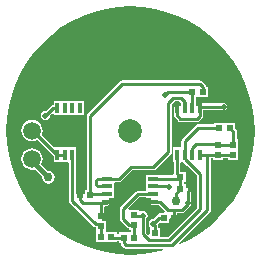
<source format=gtl>
G04 Layer_Physical_Order=1*
G04 Layer_Color=255*
%FSLAX25Y25*%
%MOIN*%
G70*
G01*
G75*
%ADD10R,0.01181X0.03740*%
%ADD11R,0.03740X0.01181*%
%ADD12R,0.02362X0.02165*%
%ADD13R,0.02165X0.02362*%
%ADD14C,0.05905*%
%ADD15C,0.01000*%
%ADD16C,0.01500*%
%ADD17C,0.07874*%
%ADD18C,0.02000*%
%ADD19C,0.03000*%
%ADD20C,0.05000*%
G36*
X63661Y31237D02*
X63661Y31237D01*
X63710Y31204D01*
X66878Y28035D01*
Y17299D01*
X57201Y7622D01*
X54781D01*
Y10683D01*
X54122D01*
Y11500D01*
X54122Y11500D01*
X54077Y11725D01*
X54131Y12000D01*
X54493Y12317D01*
X57781D01*
Y13668D01*
X58281Y13717D01*
X58310Y13571D01*
X58553Y13207D01*
X58917Y12964D01*
X59346Y12878D01*
X59776Y12964D01*
X60140Y13207D01*
X60383Y13571D01*
X60468Y14000D01*
Y15379D01*
X61846D01*
X61847Y15378D01*
X62276Y15464D01*
X62639Y15707D01*
X64793Y17861D01*
X64793Y17861D01*
X65036Y18224D01*
X65122Y18654D01*
X65122Y18654D01*
Y22847D01*
X65036Y23276D01*
X64793Y23640D01*
X64429Y23883D01*
X64000Y23968D01*
X63781Y23924D01*
X63281Y24245D01*
Y25183D01*
X62622D01*
Y25817D01*
X63281D01*
Y29183D01*
X61444D01*
Y32132D01*
X61691Y32530D01*
X62368D01*
X63661Y31237D01*
D02*
G37*
G36*
X48873Y84201D02*
X52892Y83604D01*
X56833Y82617D01*
X60658Y81248D01*
X64331Y79511D01*
X67816Y77423D01*
X71079Y75002D01*
X74089Y72274D01*
X76818Y69264D01*
X79238Y66000D01*
X81326Y62516D01*
X83063Y58843D01*
X84432Y55018D01*
X85419Y51077D01*
X86015Y47058D01*
X86215Y43000D01*
X86015Y38942D01*
X85419Y34923D01*
X84432Y30982D01*
X83063Y27157D01*
X81326Y23484D01*
X79238Y19999D01*
X76818Y16736D01*
X74089Y13726D01*
X71079Y10998D01*
X67816Y8577D01*
X64331Y6489D01*
X61392Y5099D01*
X61100Y5514D01*
X71293Y15707D01*
X71293Y15707D01*
X71536Y16071D01*
X71622Y16500D01*
X71622Y16500D01*
Y33878D01*
X72317D01*
Y33219D01*
X75683D01*
Y33878D01*
X77471D01*
Y33219D01*
X80836D01*
Y36565D01*
Y40128D01*
X80275D01*
Y42693D01*
X80275Y42693D01*
X80190Y43122D01*
X79947Y43486D01*
X79628Y43805D01*
Y45683D01*
X72719D01*
Y45122D01*
X67500D01*
X67071Y45036D01*
X66707Y44793D01*
X66707Y44793D01*
X62089Y40175D01*
X61846Y39811D01*
X61760Y39382D01*
X61760Y39382D01*
Y37868D01*
X61513Y37470D01*
X59132D01*
Y32530D01*
X59201D01*
Y28677D01*
X59201Y28677D01*
X59212Y28622D01*
X58815Y28122D01*
X54970D01*
Y28191D01*
X50030D01*
Y25809D01*
X50030D01*
Y25690D01*
X50030D01*
Y23310D01*
X49657Y23003D01*
X47382D01*
X47382Y23004D01*
X46953Y22918D01*
X46589Y22675D01*
X46589Y22675D01*
X41707Y17793D01*
X41464Y17429D01*
X41378Y17000D01*
X41378Y17000D01*
Y13500D01*
X41378Y13500D01*
X41464Y13071D01*
X41707Y12707D01*
X43707Y10707D01*
X43707Y10707D01*
X44071Y10464D01*
X44317Y10415D01*
Y9719D01*
X44878D01*
Y9029D01*
X40872D01*
Y8468D01*
X40281D01*
Y9183D01*
X37104D01*
X36683Y9373D01*
Y12935D01*
X35332D01*
X35282Y13435D01*
X35429Y13464D01*
X35793Y13707D01*
X36036Y14071D01*
X36122Y14500D01*
Y17548D01*
X36543Y17796D01*
X36972Y17881D01*
X37336Y18124D01*
X37742Y18530D01*
X37985Y18894D01*
X38070Y19323D01*
X37985Y19752D01*
X37742Y20116D01*
X37629Y20191D01*
X37781Y20691D01*
X39419D01*
Y23072D01*
X39419D01*
Y23250D01*
X39419D01*
Y25631D01*
X39817Y25878D01*
X41000D01*
X41000Y25878D01*
X41429Y25964D01*
X41793Y26207D01*
X45465Y29878D01*
X52500D01*
X52500Y29878D01*
X52929Y29964D01*
X53293Y30207D01*
X58293Y35207D01*
X58293Y35207D01*
X58536Y35571D01*
X58622Y36000D01*
X58622Y36000D01*
Y51846D01*
X59575Y52800D01*
X61070D01*
X61691Y52179D01*
Y51383D01*
X61191Y51231D01*
X61116Y51344D01*
X60752Y51587D01*
X60323Y51673D01*
X59894Y51587D01*
X59530Y51344D01*
X59287Y50980D01*
X59201Y50551D01*
Y48177D01*
X59201Y48177D01*
X59287Y47748D01*
X59530Y47384D01*
X60707Y46207D01*
X61071Y45964D01*
X61500Y45878D01*
X61500Y45878D01*
X67000D01*
X67000Y45878D01*
X67429Y45964D01*
X67793Y46207D01*
X68793Y47207D01*
X68793Y47207D01*
X69036Y47571D01*
X69122Y48000D01*
Y49878D01*
X76000D01*
X76429Y49964D01*
X76793Y50207D01*
X77036Y50571D01*
X77122Y51000D01*
X77036Y51429D01*
X76793Y51793D01*
X76429Y52036D01*
X76000Y52122D01*
X68449D01*
X68449Y52122D01*
X68020Y52036D01*
X67656Y51793D01*
X67656Y51793D01*
X67207Y51344D01*
X67132Y51231D01*
X66632Y51383D01*
Y53021D01*
X66562D01*
Y54317D01*
X70628D01*
Y57683D01*
X69962D01*
X69883Y58083D01*
X69639Y58447D01*
X69639Y58447D01*
X68710Y59376D01*
X68347Y59619D01*
X67917Y59704D01*
X67917Y59704D01*
X42083D01*
X42083Y59704D01*
X41653Y59619D01*
X41290Y59376D01*
X30707Y48793D01*
X30464Y48429D01*
X30378Y48000D01*
X30378Y48000D01*
Y23183D01*
X29719D01*
Y21832D01*
X29219Y21782D01*
X29190Y21929D01*
X28947Y22293D01*
X28583Y22536D01*
X28153Y22622D01*
X27724Y22536D01*
X27360Y22293D01*
X27117Y21929D01*
X26622Y22000D01*
Y32479D01*
X26691D01*
Y37419D01*
X24632D01*
X24309Y37419D01*
X23809Y37419D01*
X21750D01*
Y37419D01*
X21572D01*
Y37419D01*
X19498D01*
X15281Y41636D01*
X15461Y42073D01*
X15583Y43000D01*
X15461Y43927D01*
X15103Y44792D01*
X14534Y45534D01*
X13792Y46103D01*
X12927Y46461D01*
X12000Y46583D01*
X11073Y46461D01*
X10208Y46103D01*
X9466Y45534D01*
X8897Y44792D01*
X8539Y43927D01*
X8417Y43000D01*
X8539Y42073D01*
X8897Y41208D01*
X9466Y40466D01*
X10208Y39897D01*
X11073Y39539D01*
X12000Y39417D01*
X12927Y39539D01*
X13792Y39897D01*
X13824Y39921D01*
X19191Y34553D01*
Y32479D01*
X21572D01*
Y32479D01*
X21750D01*
Y32479D01*
X23809D01*
X24132Y32479D01*
X24378Y32081D01*
Y19615D01*
X24378Y19615D01*
X24464Y19186D01*
X24707Y18822D01*
X32503Y11026D01*
X32503Y11026D01*
X32867Y10783D01*
X33296Y10697D01*
X33317Y10222D01*
Y9660D01*
X33317Y9373D01*
X33317D01*
X33372Y9183D01*
X33372Y9183D01*
Y5817D01*
X40281D01*
Y6225D01*
X40872D01*
Y5664D01*
X41133D01*
X41532Y5429D01*
X41617Y5000D01*
X41860Y4636D01*
X42526Y3971D01*
X42526Y3971D01*
X42890Y3728D01*
X43319Y3642D01*
X43319Y3642D01*
X55811D01*
X55872Y3142D01*
X52892Y2396D01*
X48873Y1799D01*
X44815Y1600D01*
X40757Y1799D01*
X36738Y2396D01*
X32797Y3383D01*
X28972Y4752D01*
X25299Y6489D01*
X21814Y8577D01*
X18551Y10998D01*
X15541Y13726D01*
X12812Y16736D01*
X10392Y19999D01*
X8303Y23484D01*
X6566Y27157D01*
X5198Y30982D01*
X4211Y34923D01*
X3614Y38942D01*
X3415Y43000D01*
X3614Y47058D01*
X4211Y51077D01*
X5198Y55018D01*
X6566Y58843D01*
X8303Y62516D01*
X10392Y66000D01*
X12812Y69264D01*
X15541Y72274D01*
X18551Y75002D01*
X21814Y77423D01*
X25299Y79511D01*
X28972Y81248D01*
X32797Y82617D01*
X36738Y83604D01*
X40757Y84201D01*
X44815Y84400D01*
X48873Y84201D01*
D02*
G37*
G36*
X50030Y20691D02*
X51668D01*
X51820Y20191D01*
X51707Y20116D01*
X51464Y19752D01*
X51378Y19323D01*
X51464Y18894D01*
X51707Y18530D01*
X52071Y18287D01*
X52500Y18201D01*
X54213D01*
X56231Y16183D01*
X56024Y15683D01*
X54219D01*
Y15066D01*
X54071Y15036D01*
X53707Y14793D01*
X53707Y14793D01*
X52538Y13624D01*
X52500Y13631D01*
X51876Y13507D01*
X51346Y13153D01*
X50993Y12624D01*
X50869Y12000D01*
X50993Y11376D01*
X51143Y11151D01*
X51219Y10683D01*
X51219Y10683D01*
X51219Y10683D01*
Y8521D01*
X50757Y8329D01*
X50122Y8965D01*
Y13518D01*
X50153Y13539D01*
X50507Y14069D01*
X50631Y14693D01*
X50507Y15317D01*
X50153Y15846D01*
X49624Y16200D01*
X49000Y16324D01*
X48376Y16200D01*
X48183Y16071D01*
X47683Y16338D01*
Y16628D01*
X44421D01*
X44140Y17054D01*
X47846Y20760D01*
X50030D01*
Y20691D01*
D02*
G37*
%LPC*%
G36*
X26869Y52970D02*
X26368Y52970D01*
X24573D01*
X24309Y52970D01*
X23809Y52970D01*
X21691Y52970D01*
X21191Y52970D01*
X19191D01*
Y51622D01*
X19000D01*
X18571Y51536D01*
X18207Y51293D01*
X18207Y51293D01*
X16538Y49624D01*
X16500Y49631D01*
X15876Y49507D01*
X15347Y49154D01*
X14993Y48624D01*
X14869Y48000D01*
X14993Y47376D01*
X15347Y46847D01*
X15876Y46493D01*
X16500Y46369D01*
X17124Y46493D01*
X17653Y46847D01*
X18007Y47376D01*
X18131Y48000D01*
X18124Y48038D01*
X18729Y48643D01*
X19191Y48452D01*
Y48030D01*
X21191D01*
X21572Y48030D01*
X22072Y48030D01*
X23809D01*
X24072Y48030D01*
X24573Y48030D01*
X26368D01*
X26691Y48030D01*
X27191Y48030D01*
X29250D01*
Y52970D01*
X26869Y52970D01*
D02*
G37*
G36*
X12000Y37135D02*
X11073Y37012D01*
X10208Y36654D01*
X9466Y36085D01*
X8897Y35343D01*
X8539Y34479D01*
X8417Y33551D01*
X8539Y32624D01*
X8897Y31760D01*
X9466Y31017D01*
X10208Y30448D01*
X11073Y30090D01*
X12000Y29968D01*
X12927Y30090D01*
X12953Y30100D01*
X15391Y27662D01*
X15359Y27500D01*
X15522Y26681D01*
X15986Y25986D01*
X16681Y25522D01*
X17500Y25359D01*
X18319Y25522D01*
X19014Y25986D01*
X19478Y26681D01*
X19641Y27500D01*
X19478Y28319D01*
X19014Y29014D01*
X18319Y29478D01*
X17500Y29641D01*
X17338Y29609D01*
X15128Y31819D01*
X15461Y32624D01*
X15583Y33551D01*
X15461Y34479D01*
X15103Y35343D01*
X14534Y36085D01*
X13792Y36654D01*
X12927Y37012D01*
X12000Y37135D01*
D02*
G37*
%LPD*%
D10*
X20382Y50500D02*
D03*
X22882D02*
D03*
X25500D02*
D03*
X28059D02*
D03*
Y34949D02*
D03*
X25500D02*
D03*
X22941D02*
D03*
X20382D02*
D03*
X68000Y50551D02*
D03*
X65441D02*
D03*
X62882D02*
D03*
X60323D02*
D03*
Y35000D02*
D03*
X62882D02*
D03*
X65500D02*
D03*
X68000D02*
D03*
D11*
X36949Y27000D02*
D03*
Y24441D02*
D03*
Y21882D02*
D03*
Y19323D02*
D03*
X52500D02*
D03*
Y21882D02*
D03*
Y24500D02*
D03*
Y27000D02*
D03*
D12*
X31500Y21500D02*
D03*
X28153D02*
D03*
X46000Y7346D02*
D03*
X42654D02*
D03*
X56346Y9000D02*
D03*
X53000D02*
D03*
X59346Y14000D02*
D03*
X56000D02*
D03*
X64846Y23500D02*
D03*
X61500D02*
D03*
X64846Y27500D02*
D03*
X61500D02*
D03*
X35153Y7500D02*
D03*
X38500D02*
D03*
X74500Y44000D02*
D03*
X77846D02*
D03*
X68846Y56000D02*
D03*
X65500D02*
D03*
D13*
X46000Y11500D02*
D03*
Y14846D02*
D03*
X74000Y38346D02*
D03*
Y35000D02*
D03*
X35000Y14500D02*
D03*
Y11153D02*
D03*
X79154Y38346D02*
D03*
Y35000D02*
D03*
D14*
X12000Y52449D02*
D03*
Y43000D02*
D03*
Y33551D02*
D03*
D15*
X52500Y24500D02*
X57500D01*
X57750Y24250D01*
X13000Y32000D02*
Y33602D01*
X60323Y28677D02*
X61500Y27500D01*
X60323Y28677D02*
Y35000D01*
X61000Y27000D02*
X61500Y27500D01*
X52500Y27000D02*
X61000D01*
X61500Y23500D02*
Y26492D01*
X60000Y22000D02*
X61500Y23500D01*
X60000Y19500D02*
Y22000D01*
X62882Y33602D02*
Y35000D01*
Y33602D02*
X64454Y32030D01*
X64470D02*
X68000Y28500D01*
X64454Y32030D02*
X64470D01*
X68000Y16834D02*
Y28500D01*
X57666Y6500D02*
X68000Y16834D01*
X57500Y16500D02*
X59346D01*
X54677Y19323D02*
X57500Y16500D01*
X70500D02*
Y35000D01*
X58764Y4764D02*
X70500Y16500D01*
X43319Y4764D02*
X58764D01*
X51000Y6500D02*
X57666D01*
X49000Y8500D02*
X51000Y6500D01*
X49000Y8500D02*
Y14693D01*
X42654Y5429D02*
X43319Y4764D01*
X36543Y18917D02*
X36949Y19323D01*
X35000Y18917D02*
X36543D01*
X13000Y42331D02*
Y43051D01*
X19000Y50500D02*
X20382D01*
X16500Y48000D02*
X19000Y50500D01*
X13000Y42331D02*
X20382Y34949D01*
X22941D01*
X25500Y19615D02*
X33296Y11819D01*
X25500Y19615D02*
Y34949D01*
X59500Y16500D02*
X61847D01*
X59346D02*
X59500D01*
X59346Y16346D02*
Y16500D01*
Y14000D02*
Y16346D01*
X61847Y16500D02*
X64000Y18654D01*
X59346Y16346D02*
X59500Y16500D01*
X54500Y14000D02*
X56000D01*
X52500Y12000D02*
X54500Y14000D01*
X52500Y12000D02*
X53000Y11500D01*
Y9000D02*
Y11500D01*
X64000Y18654D02*
Y19000D01*
Y22847D01*
X52500Y19323D02*
X54677D01*
X46154Y14693D02*
X49000D01*
X46000Y14846D02*
X46154Y14693D01*
X42500Y13500D02*
X44500Y11500D01*
X42500Y13500D02*
Y17000D01*
X47382Y21882D01*
X44500Y11500D02*
X46000D01*
X47382Y21882D02*
X52500D01*
X68000Y50551D02*
X68449Y51000D01*
X76000D01*
X28153Y19847D02*
X29083Y18917D01*
X28153Y19847D02*
Y21500D01*
X29083Y18917D02*
X35000D01*
X34335Y11819D02*
X35000Y11153D01*
X33296Y11819D02*
X34335D01*
X35000Y14500D02*
Y18917D01*
Y11153D02*
X35153Y11000D01*
Y7500D02*
Y11000D01*
X38500Y7500D02*
X38653Y7346D01*
X42654D01*
X70500Y35000D02*
X74000D01*
X68000D02*
X70500D01*
X42654Y5429D02*
Y7346D01*
X46000D02*
Y11500D01*
X68846Y56000D02*
Y57653D01*
X67917Y58583D02*
X68846Y57653D01*
X42083Y58583D02*
X67917D01*
X31500Y48000D02*
X42083Y58583D01*
X31500Y21500D02*
Y48000D01*
Y21500D02*
X31882Y21882D01*
X36949D01*
X45500Y14846D02*
X46000D01*
X52500Y31000D02*
X57500Y36000D01*
X45000Y31000D02*
X52500D01*
X57500Y36000D02*
Y52310D01*
X59111Y53921D01*
X56224Y55000D02*
X57224Y56000D01*
X65500D01*
X59111Y53921D02*
X61535D01*
X34000Y27000D02*
X36949D01*
X33500Y26500D02*
X34000Y27000D01*
X33500Y25000D02*
Y26500D01*
Y25000D02*
X34000Y24500D01*
X36890D01*
X36949Y24441D01*
Y27000D02*
X41000D01*
X45000Y31000D01*
X67500Y44000D02*
X74500D01*
X62882Y39382D02*
X67500Y44000D01*
X60323Y48177D02*
Y50551D01*
Y48177D02*
X61500Y47000D01*
X67000D01*
X68000Y48000D01*
Y50551D01*
X65441D02*
Y55941D01*
X79154Y38346D02*
Y42693D01*
X77846Y44000D02*
X79154Y42693D01*
X74000Y35000D02*
X79154D01*
X74000Y38346D02*
X79154D01*
X73976Y38370D02*
X74000Y38346D01*
X66788Y38370D02*
X73976D01*
X65500Y37082D02*
X66788Y38370D01*
X65500Y35000D02*
Y37082D01*
X62882Y35000D02*
Y39382D01*
X61535Y53921D02*
X62882Y52574D01*
Y50551D02*
Y52574D01*
D16*
X13000Y32000D02*
X17500Y27500D01*
D17*
X44815Y43000D02*
D03*
D18*
X57750Y24250D02*
D03*
X16500Y48000D02*
D03*
X52500Y12000D02*
D03*
X64000Y19000D02*
D03*
X49000Y14693D02*
D03*
X76000Y51000D02*
D03*
X56224Y55000D02*
D03*
D19*
X60000Y19500D02*
D03*
X17500Y27500D02*
D03*
D20*
X15000Y21500D02*
D03*
X19500Y15000D02*
D03*
X76000Y61000D02*
D03*
X67500Y70500D02*
D03*
X75500Y21000D02*
D03*
X27000Y66500D02*
D03*
X60500Y67000D02*
D03*
X44500Y77500D02*
D03*
X17500Y67000D02*
D03*
X58500Y76000D02*
D03*
X30000Y75500D02*
D03*
M02*

</source>
